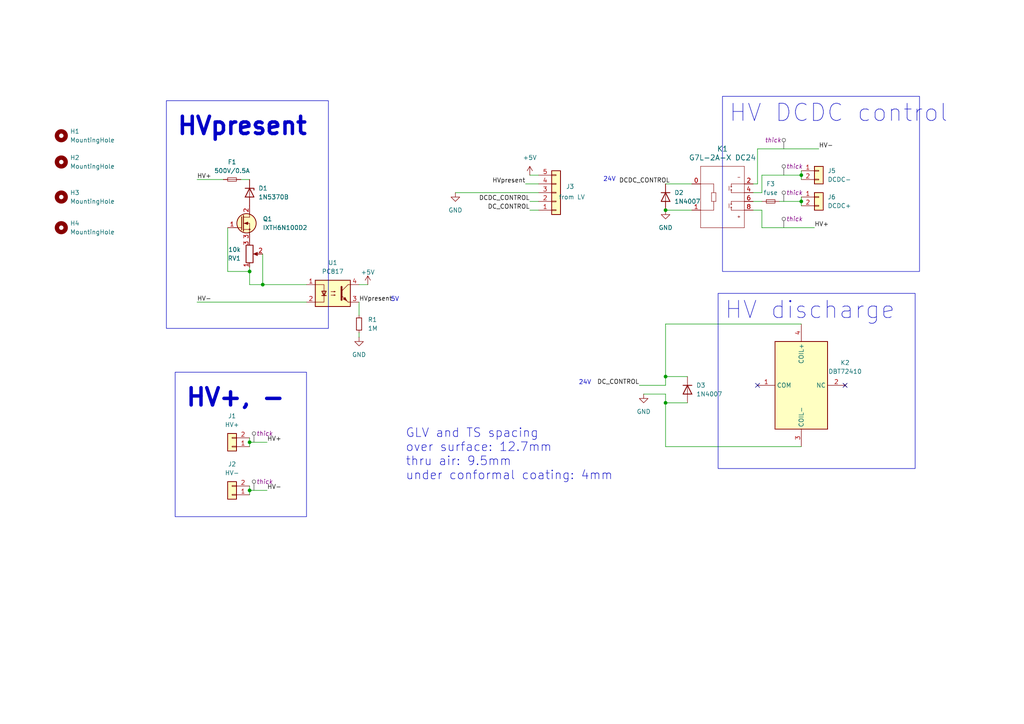
<source format=kicad_sch>
(kicad_sch (version 20231120) (generator "eeschema") (generator_version "8.0")
  (paper "A4")
  (title_block (title "HVB_HVLV_1") (date "2024-10-25") (rev "1.0") (company "NTURacing") (comment 1 "郭哲明 Jack Kuo") (comment 2 "Powertrain") (comment 3 "connecting TS and GLV in HV box"))
  (lib_symbols
    (symbol "Connector_Generic:Conn_01x02" (pin_names (offset 1.016) hide)
      (property "Reference" "J" (at 0 2.54 0))
      (property "Value" "Conn_01x02" (at 0 -5.08 0))
      (symbol "Conn_01x02_1_1"
        (rectangle (start -1.27 -2.413) (end 0 -2.667) (stroke (width 0.1524)))
        (rectangle (start -1.27 0.127) (end 0 -0.127) (stroke (width 0.1524)))
        (rectangle (start -1.27 1.27) (end 1.27 -3.81) (stroke (width 0.254)) (fill (type background)))
        (pin passive line (at -5.08 0 0) (length 3.81) (name "Pin_1") (number "1"))
        (pin passive line (at -5.08 -2.54 0) (length 3.81) (name "Pin_2") (number "2"))
      )
    )
    (symbol "Connector_Generic:Conn_01x05" (pin_names (offset 1.016) hide)
      (property "Reference" "J" (at 0 7.62 0))
      (property "Value" "Conn_01x05" (at 0 -7.62 0))
      (symbol "Conn_01x05_1_1"
        (rectangle (start -1.27 -4.953) (end 0 -5.207) (stroke (width 0.1524)))
        (rectangle (start -1.27 -2.413) (end 0 -2.667) (stroke (width 0.1524)))
        (rectangle (start -1.27 0.127) (end 0 -0.127) (stroke (width 0.1524)))
        (rectangle (start -1.27 2.667) (end 0 2.413) (stroke (width 0.1524)))
        (rectangle (start -1.27 5.207) (end 0 4.953) (stroke (width 0.1524)))
        (rectangle (start -1.27 6.35) (end 1.27 -6.35) (stroke (width 0.254)) (fill (type background)))
        (pin passive line (at -5.08 5.08 0) (length 3.81) (name "Pin_1") (number "1"))
        (pin passive line (at -5.08 2.54 0) (length 3.81) (name "Pin_2") (number "2"))
        (pin passive line (at -5.08 0 0) (length 3.81) (name "Pin_3") (number "3"))
        (pin passive line (at -5.08 -2.54 0) (length 3.81) (name "Pin_4") (number "4"))
        (pin passive line (at -5.08 -5.08 0) (length 3.81) (name "Pin_5") (number "5"))
      )
    )
    (symbol "Device:Fuse_Small" (pin_numbers hide) (pin_names (offset 0.254) hide)
      (property "Reference" "F" (at 0 -1.524 0))
      (property "Value" "Fuse_Small" (at 0 1.524 0))
      (symbol "Fuse_Small_0_1"
        (rectangle (start -1.27 0.508) (end 1.27 -0.508))
        (polyline (pts (xy -1.27 0) (xy 1.27 0)))
      )
      (symbol "Fuse_Small_1_1"
        (pin passive line (at -2.54 0 0) (length 1.27) (name "~") (number "1"))
        (pin passive line (at 2.54 0 180) (length 1.27) (name "~") (number "2"))
      )
    )
    (symbol "Device:R_Potentiometer" (pin_names (offset 1.016) hide)
      (property "Reference" "RV" (at -4.445 0 90))
      (property "Value" "R_Potentiometer" (at -2.54 0 90))
      (symbol "R_Potentiometer_0_1"
        (polyline (pts (xy 2.54 0) (xy 1.524 0)))
        (polyline (pts (xy 1.143 0) (xy 2.286 0.508) (xy 2.286 -0.508) (xy 1.143 0)) (fill (type outline)))
        (rectangle (start 1.016 2.54) (end -1.016 -2.54) (stroke (width 0.254)))
      )
      (symbol "R_Potentiometer_1_1"
        (pin passive line (at 0 3.81 270) (length 1.27) (name "1") (number "1"))
        (pin passive line (at 3.81 0 180) (length 1.27) (name "2") (number "2"))
        (pin passive line (at 0 -3.81 90) (length 1.27) (name "3") (number "3"))
      )
    )
    (symbol "Device:R_Small" (pin_numbers hide) (pin_names (offset 0.254) hide)
      (property "Reference" "R" (at 0.762 0.508 0))
      (property "Value" "R_Small" (at 0.762 -1.016 0))
      (symbol "R_Small_0_1"
        (rectangle (start -0.762 1.778) (end 0.762 -1.778) (stroke (width 0.2032)))
      )
      (symbol "R_Small_1_1"
        (pin passive line (at 0 2.54 270) (length 0.762) (name "~") (number "1"))
        (pin passive line (at 0 -2.54 90) (length 0.762) (name "~") (number "2"))
      )
    )
    (symbol "Diode:1N4007" (pin_numbers hide) (pin_names hide)
      (property "Reference" "D" (at 0 2.54 0))
      (property "Value" "1N4007" (at 0 -2.54 0))
      (symbol "1N4007_0_1"
        (polyline (pts (xy -1.27 1.27) (xy -1.27 -1.27)) (stroke (width 0.254)))
        (polyline (pts (xy 1.27 0) (xy -1.27 0)))
        (polyline (pts (xy 1.27 1.27) (xy 1.27 -1.27) (xy -1.27 0) (xy 1.27 1.27)) (stroke (width 0.254)))
      )
      (symbol "1N4007_1_1"
        (pin passive line (at -3.81 0 0) (length 2.54) (name "K") (number "1"))
        (pin passive line (at 3.81 0 180) (length 2.54) (name "A") (number "2"))
      )
    )
    (symbol "Diode:1N53xxB" (pin_numbers hide) (pin_names hide)
      (property "Reference" "D" (at 0 2.54 0))
      (property "Value" "1N53xxB" (at 0 -2.54 0))
      (symbol "1N53xxB_0_1"
        (polyline (pts (xy 1.27 0) (xy -1.27 0)))
        (polyline (pts (xy -1.27 -1.27) (xy -1.27 1.27) (xy -0.762 1.27)) (stroke (width 0.254)))
        (polyline (pts (xy 1.27 -1.27) (xy 1.27 1.27) (xy -1.27 0) (xy 1.27 -1.27)) (stroke (width 0.254)))
      )
      (symbol "1N53xxB_1_1"
        (pin passive line (at -3.81 0 0) (length 2.54) (name "K") (number "1"))
        (pin passive line (at 3.81 0 180) (length 2.54) (name "A") (number "2"))
      )
    )
    (symbol "Isolator:PC817" (pin_names (offset 1.016))
      (property "Reference" "U" (at -5.08 5.08 0))
      (property "Value" "PC817" (at 0 5.08 0))
      (symbol "PC817_0_1"
        (rectangle (start -5.08 3.81) (end 5.08 -3.81) (stroke (width 0.254)) (fill (type background)))
        (polyline (pts (xy -3.175 -0.635) (xy -1.905 -0.635)) (stroke (width 0.254)))
        (polyline (pts (xy 2.54 0.635) (xy 4.445 2.54)))
        (polyline (pts (xy 4.445 -2.54) (xy 2.54 -0.635)) (fill (type outline)))
        (polyline (pts (xy 4.445 -2.54) (xy 5.08 -2.54)))
        (polyline (pts (xy 4.445 2.54) (xy 5.08 2.54)))
        (polyline (pts (xy -5.08 2.54) (xy -2.54 2.54) (xy -2.54 -0.635)))
        (polyline (pts (xy -2.54 -0.635) (xy -2.54 -2.54) (xy -5.08 -2.54)))
        (polyline (pts (xy 2.54 1.905) (xy 2.54 -1.905) (xy 2.54 -1.905)) (stroke (width 0.508)))
        (polyline (pts (xy -2.54 -0.635) (xy -3.175 0.635) (xy -1.905 0.635) (xy -2.54 -0.635)) (stroke (width 0.254)))
        (polyline (pts (xy -0.508 -0.508) (xy 0.762 -0.508) (xy 0.381 -0.635) (xy 0.381 -0.381) (xy 0.762 -0.508)))
        (polyline (pts (xy -0.508 0.508) (xy 0.762 0.508) (xy 0.381 0.381) (xy 0.381 0.635) (xy 0.762 0.508)))
        (polyline (pts (xy 3.048 -1.651) (xy 3.556 -1.143) (xy 4.064 -2.159) (xy 3.048 -1.651) (xy 3.048 -1.651)) (fill (type outline)))
      )
      (symbol "PC817_1_1"
        (pin passive line (at -7.62 2.54 0) (length 2.54) (name "~") (number "1"))
        (pin passive line (at -7.62 -2.54 0) (length 2.54) (name "~") (number "2"))
        (pin passive line (at 7.62 -2.54 180) (length 2.54) (name "~") (number "3"))
        (pin passive line (at 7.62 2.54 180) (length 2.54) (name "~") (number "4"))
      )
    )
    (symbol "Mechanical:MountingHole" (pin_names (offset 1.016)) (exclude_from_sim yes) (in_bom no)
      (property "Reference" "H" (at 0 5.08 0))
      (property "Value" "MountingHole" (at 0 3.175 0))
      (symbol "MountingHole_0_1"
        (circle (center 0 0) (radius 1.27) (stroke (width 1.27)))
      )
    )
    (symbol "PCM_Transistor_MOSFET_AKL:IXTH6N100D2" (pin_names hide)
      (property "Reference" "Q" (at 5.08 1.27 0))
      (property "Value" "IXTH6N100D2" (at 5.08 -1.27 0))
      (symbol "IXTH6N100D2_0_1"
        (polyline (pts (xy 0.254 -1.27) (xy -2.54 -1.27)))
        (polyline (pts (xy 0.254 1.905) (xy 0.254 -1.905)) (stroke (width 0.254)))
        (polyline (pts (xy 0.762 -2.286) (xy 0.762 2.286)) (stroke (width 0.254)))
        (polyline (pts (xy 0.762 -1.778) (xy 2.54 -1.778)))
        (polyline (pts (xy 2.54 1.778) (xy 0.762 1.778)))
        (polyline (pts (xy 2.54 2.54) (xy 2.54 1.778)))
        (polyline (pts (xy 2.54 -2.54) (xy 2.54 0) (xy 0.762 0)))
        (polyline (pts (xy 1.016 0) (xy 2.032 0.381) (xy 2.032 -0.381) (xy 1.016 0)) (fill (type outline)))
        (circle (center 1.651 0) (radius 2.794) (stroke (width 0.254)) (fill (type background)))
        (circle (center 2.54 -1.778) (radius 0.1778) (fill (type outline)))
      )
      (symbol "IXTH6N100D2_1_1"
        (pin input line (at -3.81 -1.27 0) (length 2.54) (name "G") (number "1"))
        (pin passive line (at 2.54 5.08 270) (length 2.54) (name "D") (number "2"))
        (pin passive line (at 2.54 -5.08 90) (length 2.54) (name "S") (number "3"))
      )
    )
    (symbol "SamacSys_Parts_EP6:DBT72410"
      (property "Reference" "K" (at 21.59 17.78 0))
      (property "Value" "DBT72410" (at 21.59 15.24 0))
      (symbol "DBT72410_1_1"
        (rectangle (start 5.08 12.7) (end 20.32 -12.7) (stroke (width 0.254)) (fill (type background)))
        (pin passive line (at 0 0 0) (length 5.08) (name "COM") (number "1"))
        (pin no_connect line (at 25.4 0 180) (length 5.08) (name "NC") (number "2"))
        (pin passive line (at 12.7 -17.78 90) (length 5.08) (name "COIL-") (number "3"))
        (pin passive line (at 12.7 17.78 270) (length 5.08) (name "COIL+") (number "4"))
      )
    )
    (symbol "nturt_kicad_lib_EP6:G7L-2A-X_DC24" (pin_names (offset 0.254))
      (property "Reference" "K1" (at 0 13.97 0))
      (property "Value" "G7L-2A-X DC24" (at 0 11.43 0))
      (symbol "G7L-2A-X_DC24_0_1"
        (polyline (pts (xy -6.35 -8.89) (xy 6.35 -8.89)) (stroke (width 0.127)))
        (polyline (pts (xy -6.35 -3.81) (xy -2.54 -3.81)) (stroke (width 0.127)))
        (polyline (pts (xy -6.35 3.81) (xy -2.54 3.81)) (stroke (width 0.127)))
        (polyline (pts (xy -6.35 8.89) (xy -6.35 -8.89)) (stroke (width 0.127)))
        (polyline (pts (xy -3.175 -1.27) (xy -3.175 1.27)) (stroke (width 0.127)))
        (polyline (pts (xy -3.175 1.27) (xy -1.905 1.27)) (stroke (width 0.127)))
        (polyline (pts (xy -2.54 -3.81) (xy -2.54 -1.27)) (stroke (width 0.127)))
        (polyline (pts (xy -2.54 1.27) (xy -2.54 3.81)) (stroke (width 0.127)))
        (polyline (pts (xy -1.905 -1.27) (xy -3.175 -1.27)) (stroke (width 0.127)))
        (polyline (pts (xy -1.905 -1.27) (xy -1.905 1.27)) (stroke (width 0.127)))
        (polyline (pts (xy 1.905 -1.905) (xy 1.905 -3.175)) (stroke (width 0.127)))
        (polyline (pts (xy 1.905 3.175) (xy 1.905 1.905)) (stroke (width 0.127)))
        (polyline (pts (xy 2.54 -3.81) (xy 2.54 -3.175)) (stroke (width 0.127)))
        (polyline (pts (xy 2.54 -1.905) (xy 2.54 -1.27)) (stroke (width 0.127)))
        (polyline (pts (xy 2.54 1.27) (xy 2.54 1.905)) (stroke (width 0.127)))
        (polyline (pts (xy 2.54 1.27) (xy 6.35 1.27)) (stroke (width 0.127)))
        (polyline (pts (xy 2.54 3.175) (xy 2.54 3.81)) (stroke (width 0.127)))
        (polyline (pts (xy 4.445 -5.715) (xy 5.08 -5.715)) (stroke (width 0.127)))
        (polyline (pts (xy 4.445 5.715) (xy 5.08 5.715)) (stroke (width 0.127)))
        (polyline (pts (xy 4.7625 -5.3975) (xy 4.7625 -6.0325)) (stroke (width 0.127)))
        (polyline (pts (xy 6.35 -8.89) (xy 6.35 8.89)) (stroke (width 0.127)))
        (polyline (pts (xy 6.35 -3.81) (xy 2.54 -3.81)) (stroke (width 0.127)))
        (polyline (pts (xy 6.35 -1.27) (xy 2.54 -1.27)) (stroke (width 0.127)))
        (polyline (pts (xy 6.35 3.81) (xy 2.54 3.81)) (stroke (width 0.127)))
        (polyline (pts (xy 6.35 8.89) (xy -6.35 8.89)) (stroke (width 0.127)))
        (circle (center 2.54 -3.0163) (radius 0.1524) (stroke (width 0.127)))
        (circle (center 2.54 -2.0638) (radius 0.1524) (stroke (width 0.127)))
        (circle (center 2.54 2.0637) (radius 0.1524) (stroke (width 0.127)))
        (circle (center 2.54 3.0162) (radius 0.1524) (stroke (width 0.127)))
      )
      (symbol "G7L-2A-X_DC24_1_1"
        (pin input line (at -8.89 3.81 0) (length 2.54) (name "") (number "0"))
        (pin input line (at -8.89 -3.81 0) (length 2.54) (name "") (number "1"))
        (pin input line (at 8.89 3.81 180) (length 2.54) (name "") (number "2"))
        (pin input line (at 8.89 1.27 180) (length 2.54) (name "") (number "4"))
        (pin input line (at 8.89 -1.27 180) (length 2.54) (name "") (number "6"))
        (pin input line (at 8.89 -3.81 180) (length 2.54) (name "") (number "8"))
      )
    )
    (symbol "power:+5V" (power) (pin_numbers hide) (pin_names (offset 0) hide)
      (property "Value" "+5V" (at 0 3.556 0))
      (symbol "+5V_0_1"
        (polyline (pts (xy -0.762 1.27) (xy 0 2.54)))
        (polyline (pts (xy 0 0) (xy 0 2.54)))
        (polyline (pts (xy 0 2.54) (xy 0.762 1.27)))
      )
      (symbol "+5V_1_1"
        (pin power_in line (at 0 0 90) (length 0) (name "~") (number "1"))
      )
    )
    (symbol "power:GND" (power) (pin_numbers hide) (pin_names (offset 0) hide)
      (property "Value" "GND" (at 0 -3.81 0))
      (symbol "GND_0_1"
        (polyline (pts (xy 0 0) (xy 0 -1.27) (xy 1.27 -1.27) (xy 0 -2.54) (xy -1.27 -1.27) (xy 0 -1.27)))
      )
      (symbol "GND_1_1"
        (pin power_in line (at 0 0 270) (length 0) (name "~") (number "1"))
      )
    )
  )
  (junction (at 193.04 116.84))
  (junction (at 193.04 60.96))
  (junction (at 193.04 109.22))
  (junction (at 72.39 128.27))
  (junction (at 232.41 50.8))
  (junction (at 232.41 58.42))
  (junction (at 72.39 142.24))
  (junction (at 72.39 78.74))
  (junction (at 76.2 82.55))
  (no_connect (at 245.11 111.76))
  (no_connect (at 219.71 111.76))
  (wire (pts (xy 193.04 60.96) (xy 200.66 60.96)))
  (wire (pts (xy 219.71 43.18) (xy 219.71 53.34)))
  (wire (pts (xy 232.41 58.42) (xy 232.41 59.69)))
  (wire (pts (xy 76.2 73.66) (xy 76.2 82.55)))
  (wire (pts (xy 76.2 82.55) (xy 88.9 82.55)))
  (wire (pts (xy 219.71 53.34) (xy 218.44 53.34)))
  (wire (pts (xy 219.71 43.18) (xy 237.49 43.18)))
  (wire (pts (xy 106.68 82.55) (xy 104.14 82.55)))
  (wire (pts (xy 220.98 60.96) (xy 218.44 60.96)))
  (wire (pts (xy 193.04 111.76) (xy 185.42 111.76)))
  (wire (pts (xy 153.67 50.8) (xy 156.21 50.8)))
  (wire (pts (xy 104.14 97.79) (xy 104.14 96.52)))
  (wire (pts (xy 69.85 52.07) (xy 72.39 52.07)))
  (wire (pts (xy 72.39 128.27) (xy 72.39 129.54)))
  (wire (pts (xy 153.67 58.42) (xy 156.21 58.42)))
  (wire (pts (xy 72.39 82.55) (xy 72.39 78.74)))
  (wire (pts (xy 153.67 60.96) (xy 156.21 60.96)))
  (wire (pts (xy 72.39 142.24) (xy 72.39 143.51)))
  (wire (pts (xy 193.04 114.3) (xy 193.04 116.84)))
  (wire (pts (xy 72.39 77.47) (xy 72.39 78.74)))
  (wire (pts (xy 193.04 93.98) (xy 193.04 109.22)))
  (wire (pts (xy 66.04 78.74) (xy 72.39 78.74)))
  (wire (pts (xy 193.04 116.84) (xy 199.39 116.84)))
  (wire (pts (xy 57.15 52.07) (xy 64.77 52.07)))
  (wire (pts (xy 72.39 127) (xy 72.39 128.27)))
  (wire (pts (xy 193.04 53.34) (xy 200.66 53.34)))
  (wire (pts (xy 220.98 58.42) (xy 218.44 58.42)))
  (wire (pts (xy 232.41 49.53) (xy 232.41 50.8)))
  (wire (pts (xy 77.47 128.27) (xy 72.39 128.27)))
  (wire (pts (xy 66.04 66.04) (xy 66.04 78.74)))
  (wire (pts (xy 77.47 142.24) (xy 72.39 142.24)))
  (wire (pts (xy 232.41 57.15) (xy 232.41 58.42)))
  (wire (pts (xy 193.04 109.22) (xy 193.04 111.76)))
  (wire (pts (xy 72.39 140.97) (xy 72.39 142.24)))
  (wire (pts (xy 232.41 50.8) (xy 232.41 52.07)))
  (wire (pts (xy 72.39 82.55) (xy 76.2 82.55)))
  (wire (pts (xy 193.04 109.22) (xy 199.39 109.22)))
  (wire (pts (xy 186.69 114.3) (xy 193.04 114.3)))
  (wire (pts (xy 220.98 55.88) (xy 218.44 55.88)))
  (wire (pts (xy 232.41 93.98) (xy 193.04 93.98)))
  (wire (pts (xy 152.4 53.34) (xy 156.21 53.34)))
  (wire (pts (xy 220.98 66.04) (xy 236.22 66.04)))
  (wire (pts (xy 57.15 87.63) (xy 88.9 87.63)))
  (wire (pts (xy 226.06 58.42) (xy 232.41 58.42)))
  (wire (pts (xy 220.98 66.04) (xy 220.98 60.96)))
  (wire (pts (xy 104.14 91.44) (xy 104.14 87.63)))
  (wire (pts (xy 132.08 55.88) (xy 156.21 55.88)))
  (wire (pts (xy 220.98 50.8) (xy 232.41 50.8)))
  (wire (pts (xy 193.04 129.54) (xy 232.41 129.54)))
  (wire (pts (xy 220.98 50.8) (xy 220.98 55.88)))
  (wire (pts (xy 193.04 116.84) (xy 193.04 129.54)))
  (rectangle (start 208.28 85.09) (end 265.43 135.89))
  (rectangle (start 209.55 27.94) (end 266.7 78.74))
  (rectangle (start 48.26 29.21) (end 95.25 95.25))
  (rectangle (start 50.8 107.95) (end 88.9 149.86))
  (text "HVpresent" (at 51.054 39.624 0) (effects (font (size 5 5) (thickness 1) (bold yes)) (justify left bottom)))
  (text "HV DCDC control" (at 211.328 35.814 0) (effects (font (size 5 5)) (justify left bottom)))
  (text "24V" (at 176.784 52.07 0) (effects (font (size 1.27 1.27))))
  (text "24V" (at 169.672 110.998 0) (effects (font (size 1.27 1.27))))
  (text "5V" (at 114.554 86.868 0) (effects (font (size 1.27 1.27))))
  (text "HV discharge" (at 210.058 92.964 0) (effects (font (size 5 5)) (justify left bottom)))
  (text "HV+, -" (at 53.594 118.364 0) (effects (font (size 5 5) (thickness 1) (bold yes)) (justify left bottom)))
  (text "GLV and TS spacing\nover surface: 12.7mm\nthru air: 9.5mm\nunder conformal coating: 4mm" (at 117.602 124.206 0) (effects (font (size 2.54 2.54)) (justify left top)))
  (label "DCDC_CONTROL" (at 194.31 53.34 180))
  (label "HV+" (at 77.47 128.27 0))
  (label "DC_CONTROL" (at 185.42 111.76 180))
  (label "HV+" (at 57.15 52.07 0))
  (label "HV-" (at 237.49 43.18 0))
  (label "HV-" (at 77.47 142.24 0))
  (label "HVpresent" (at 104.14 87.63 0))
  (label "HV-" (at 57.15 87.63 0))
  (label "HVpresent" (at 152.4 53.34 180))
  (label "DC_CONTROL" (at 153.67 60.96 180))
  (label "DCDC_CONTROL" (at 153.67 58.42 180))
  (label "HV+" (at 236.22 66.04 0))
  (netclass_flag "" (length 2.54) (shape round) (at 227.33 66.04 0) (property "Netclass" "thick" (at 228.0285 63.5 0) (effects (font (italic yes)) (justify left))))
  (netclass_flag "" (length 2.54) (shape round) (at 73.66 142.24 0) (property "Netclass" "thick" (at 74.3585 139.7 0) (effects (font (italic yes)) (justify left))))
  (netclass_flag "" (length 2.54) (shape round) (at 73.66 128.27 0) (property "Netclass" "thick" (at 74.3585 125.73 0) (effects (font (italic yes)) (justify left))))
  (netclass_flag "" (length 2.54) (shape round) (at 227.33 43.18 0) (property "Netclass" "thick" (at 226.6315 40.64 0) (effects (font (italic yes)) (justify right))))
  (netclass_flag "" (length 2.54) (shape round) (at 227.33 50.8 0) (property "Netclass" "thick" (at 228.0285 48.26 0) (effects (font (italic yes)) (justify left))))
  (netclass_flag "" (length 2.54) (shape round) (at 227.33 58.42 0) (property "Netclass" "thick" (at 228.0285 55.88 0) (effects (font (italic yes)) (justify left))))
  (symbol (lib_id "Mechanical:MountingHole") (at 17.78 57.15 0) (unit 1)
    (property "Reference" "H3" (at 20.32 55.88 0) (effects (justify left)))
    (property "Value" "MountingHole" (at 20.32 58.42 0) (effects (justify left)))
    (property "Footprint" "MountingHole:MountingHole_3.2mm_M3" (effects (hide yes)))
    (property "Description" "Mounting Hole without connection" (effects (hide yes)))
  )
  (symbol (lib_id "Diode:1N4007") (at 193.04 57.15 270) (unit 1)
    (property "Reference" "D2" (at 195.58 55.88 90) (effects (justify left)))
    (property "Value" "1N4007" (at 195.58 58.42 90) (effects (justify left)))
    (property "Footprint" "Diode_THT:D_DO-41_SOD81_P10.16mm_Horizontal" (effects (hide yes)))
    (property "Datasheet" "http://www.vishay.com/docs/88503/1n4001.pdf" (effects (hide yes)))
    (property "Description" "1000V 1A General Purpose Rectifier Diode, DO-41" (effects (hide yes)))
    (property "Sim.Device" "D" (effects (hide yes)))
    (property "Sim.Pins" "1=K 2=A" (effects (hide yes)))
  )
  (symbol (lib_id "Connector_Generic:Conn_01x02") (at 237.49 49.53 0) (unit 1)
    (property "Reference" "J5" (at 240.03 49.53 0) (effects (justify left)))
    (property "Value" "DCDC-" (at 240.03 52.07 0) (effects (justify left)))
    (property "Footprint" "nturt_kicad_lib_EP6:HRS_DF33C-2P-3.3DSA" (effects (hide yes)))
    (property "Description" "Generic connector, single row, 01x02, script generated (kicad-library-utils/schlib/autogen/connector/)" (effects (hide yes)))
  )
  (symbol (lib_id "power:GND") (at 132.08 55.88 0) (mirror y) (unit 1)
    (property "Reference" "#PWR04" (effects (hide yes)))
    (property "Value" "GND" (at 132.08 60.96 0))
    (property "Description" "Power symbol creates a global label with name \"GND\" , ground" (effects (hide yes)))
  )
  (symbol (lib_id "Connector_Generic:Conn_01x02") (at 67.31 143.51 180) (unit 1)
    (property "Reference" "J2" (at 67.31 134.62 0))
    (property "Value" "HV-" (at 67.31 137.16 0))
    (property "Footprint" "nturt_kicad_lib_EP6:HRS_DF33C-2P-3.3DSA" (effects (hide yes)))
    (property "Description" "Generic connector, single row, 01x02, script generated (kicad-library-utils/schlib/autogen/connector/)" (effects (hide yes)))
  )
  (symbol (lib_id "Device:Fuse_Small") (at 67.31 52.07 180) (unit 1)
    (property "Reference" "F1" (at 67.31 46.99 0))
    (property "Value" "500V/0.5A" (at 67.31 49.53 0))
    (property "Footprint" "SamacSys_Parts_EP6:65600001009" (effects (hide yes)))
    (property "Description" "Fuse, small symbol" (effects (hide yes)))
    (property "Sim.Pins" "1=1 2=2" (effects (hide yes)))
    (property "Sim.Device" "SPICE" (effects (hide yes)))
    (property "Sim.Params" "X" (effects (hide yes)))
    (property "Indicator" "●" (effects (hide yes)))
    (property "Rating" "W" (effects (hide yes)))
  )
  (symbol (lib_id "Isolator:PC817") (at 96.52 85.09 0) (unit 1)
    (property "Reference" "U1" (at 96.52 76.2 0))
    (property "Value" "PC817" (at 96.52 78.74 0))
    (property "Footprint" "Package_DIP:DIP-4_W7.62mm" (effects (hide yes)))
    (property "Datasheet" "http://www.soselectronic.cz/a_info/resource/d/pc817.pdf" (effects (hide yes)))
    (property "Description" "DC Optocoupler, Vce 35V, CTR 50-300%, DIP-4" (effects (hide yes)))
  )
  (symbol (lib_id "power:GND") (at 186.69 114.3 0) (mirror y) (unit 1)
    (property "Reference" "#PWR05" (effects (hide yes)))
    (property "Value" "GND" (at 186.69 119.38 0))
    (property "Description" "Power symbol creates a global label with name \"GND\" , ground" (effects (hide yes)))
  )
  (symbol (lib_id "Device:R_Potentiometer") (at 72.39 73.66 0) (mirror x) (unit 1)
    (property "Reference" "RV1" (at 69.85 74.93 0) (effects (justify right)))
    (property "Value" "10k" (at 69.85 72.39 0) (effects (justify right)))
    (property "Footprint" "PCM_Potentiometer_THT_AKL:Potentiometer_Bourns_3266W_Vertical" (effects (hide yes)))
    (property "Description" "Potentiometer" (effects (hide yes)))
  )
  (symbol (lib_id "Mechanical:MountingHole") (at 17.78 46.99 0) (unit 1)
    (property "Reference" "H2" (at 20.32 45.72 0) (effects (justify left)))
    (property "Value" "MountingHole" (at 20.32 48.26 0) (effects (justify left)))
    (property "Footprint" "MountingHole:MountingHole_3.2mm_M3" (effects (hide yes)))
    (property "Description" "Mounting Hole without connection" (effects (hide yes)))
  )
  (symbol (lib_id "Device:Fuse_Small") (at 223.52 58.42 180) (unit 1)
    (property "Reference" "F3" (at 223.52 53.34 0))
    (property "Value" "fuse" (at 223.52 55.88 0))
    (property "Footprint" "SamacSys_Parts_EP6:65600001009" (effects (hide yes)))
    (property "Description" "Fuse, small symbol" (effects (hide yes)))
    (property "Sim.Pins" "1=1 2=2" (effects (hide yes)))
    (property "Sim.Device" "SPICE" (effects (hide yes)))
    (property "Sim.Params" "X" (effects (hide yes)))
    (property "Indicator" "●" (effects (hide yes)))
    (property "Rating" "W" (effects (hide yes)))
  )
  (symbol (lib_id "Device:R_Small") (at 104.14 93.98 0) (unit 1)
    (property "Reference" "R1" (at 106.68 92.71 0) (effects (justify left)))
    (property "Value" "1M" (at 106.68 95.25 0) (effects (justify left)))
    (property "Footprint" "Resistor_SMD:R_0603_1608Metric" (effects (hide yes)))
    (property "Description" "Resistor, small symbol" (effects (hide yes)))
  )
  (symbol (lib_id "Diode:1N53xxB") (at 72.39 55.88 270) (unit 1)
    (property "Reference" "D1" (at 74.93 54.61 90) (effects (justify left)))
    (property "Value" "1N5370B" (at 74.93 57.15 90) (effects (justify left)))
    (property "Footprint" "Diode_THT:D_DO-201_P15.24mm_Horizontal" (effects (hide yes)))
    (property "Datasheet" "https://diotec.com/tl_files/diotec/files/pdf/datasheets/1n5345b.pdf" (effects (hide yes)))
    (property "Description" "5000mW Zener Diode, DO-201" (effects (hide yes)))
  )
  (symbol (lib_id "power:GND") (at 193.04 60.96 0) (mirror y) (unit 1)
    (property "Reference" "#PWR03" (effects (hide yes)))
    (property "Value" "GND" (at 193.04 66.04 0))
    (property "Description" "Power symbol creates a global label with name \"GND\" , ground" (effects (hide yes)))
  )
  (symbol (lib_id "Connector_Generic:Conn_01x02") (at 237.49 57.15 0) (unit 1)
    (property "Reference" "J6" (at 240.03 57.15 0) (effects (justify left)))
    (property "Value" "DCDC+" (at 240.03 59.69 0) (effects (justify left)))
    (property "Footprint" "nturt_kicad_lib_EP6:HRS_DF33C-2P-3.3DSA" (effects (hide yes)))
    (property "Description" "Generic connector, single row, 01x02, script generated (kicad-library-utils/schlib/autogen/connector/)" (effects (hide yes)))
  )
  (symbol (lib_id "power:+5V") (at 153.67 50.8 0) (mirror y) (unit 1)
    (property "Reference" "#PWR02" (effects (hide yes)))
    (property "Value" "+5V" (at 153.67 45.72 0))
    (property "Description" "Power symbol creates a global label with name \"+5V\"" (effects (hide yes)))
  )
  (symbol (lib_id "SamacSys_Parts_EP6:DBT72410") (at 219.71 111.76 0) (unit 1)
    (property "Reference" "K2" (at 245.11 105.2027 0))
    (property "Value" "DBT72410" (at 245.11 107.7427 0))
    (property "Footprint" "DBT72410" (effects (hide yes)))
    (property "Datasheet" "https://www.cynergy3.com/sites/default/files/cynergy3-d-pcb-v3.pdf" (effects (hide yes)))
    (property "Description" "SPST-NC Reed Relay, 2 A, 24V dc" (effects (hide yes)))
    (property "Height" "18.5" (effects (hide yes)))
    (property "Mouser Part Number" "285-DBT72410" (effects (hide yes)))
    (property "Mouser Price/Stock" "https://www.mouser.co.uk/ProductDetail/Cynergy3/DBT72410?qs=OlC7AqGiEDn5jzMO4uOC2Q%3D%3D" (effects (hide yes)))
    (property "Manufacturer_Name" "Sensata" (effects (hide yes)))
    (property "Manufacturer_Part_Number" "DBT72410" (effects (hide yes)))
  )
  (symbol (lib_id "PCM_Transistor_MOSFET_AKL:IXTH6N100D2") (at 69.85 64.77 0) (unit 1)
    (property "Reference" "Q1" (at 76.2 63.5 0) (effects (justify left)))
    (property "Value" "IXTH6N100D2" (at 76.2 66.04 0) (effects (justify left)))
    (property "Footprint" "PCM_Package_TO_SOT_THT_AKL:TO-247-3_Vertical_GDS" (effects (hide yes)))
    (property "Datasheet" "https://www.tme.eu/Document/f8261b21cd0d48dda080c02a8593371c/IXTA%28H,P%296N100D2.pdf" (effects (hide yes)))
    (property "Description" "TO-247 N-MOSFET depletion mode transistor, 1000V, 6A, 300W, Alternate KiCAD Library" (effects (hide yes)))
  )
  (symbol (lib_id "Mechanical:MountingHole") (at 17.78 39.37 0) (unit 1)
    (property "Reference" "H1" (at 20.32 38.1 0) (effects (justify left)))
    (property "Value" "MountingHole" (at 20.32 40.64 0) (effects (justify left)))
    (property "Footprint" "MountingHole:MountingHole_3.2mm_M3" (effects (hide yes)))
    (property "Description" "Mounting Hole without connection" (effects (hide yes)))
  )
  (symbol (lib_id "Connector_Generic:Conn_01x05") (at 161.29 55.88 0) (mirror x) (unit 1)
    (property "Reference" "J3" (at 165.354 54.102 0))
    (property "Value" "from LV" (at 165.862 57.15 0))
    (property "Footprint" "Connector_JST:JST_XH_B5B-XH-A_1x05_P2.50mm_Vertical" (effects (hide yes)))
    (property "Description" "Generic connector, single row, 01x05, script generated (kicad-library-utils/schlib/autogen/connector/)" (effects (hide yes)))
  )
  (symbol (lib_id "power:+5V") (at 106.68 82.55 0) (unit 1)
    (property "Reference" "#PWR01" (effects (hide yes)))
    (property "Value" "+5V" (at 106.68 78.9742 0))
    (property "Description" "Power symbol creates a global label with name \"+5V\"" (effects (hide yes)))
  )
  (symbol (lib_id "nturt_kicad_lib_EP6:G7L-2A-X_DC24") (at 209.55 57.15 0) (unit 1)
    (property "Reference" "K1" (at 209.55 43.18 0) (effects (font (size 1.524 1.524))))
    (property "Value" "G7L-2A-X DC24" (at 209.55 45.72 0) (effects (font (size 1.524 1.524))))
    (property "Footprint" "nturt_kicad_lib_EP6:RELAY_G7L-2A-X_OMR" (effects (hide yes)))
    (property "Datasheet" "G7L-2A-X DC24" (effects (hide yes)))
  )
  (symbol (lib_id "power:GND") (at 104.14 97.79 0) (mirror y) (unit 1)
    (property "Reference" "#PWR06" (effects (hide yes)))
    (property "Value" "GND" (at 104.14 102.87 0))
    (property "Description" "Power symbol creates a global label with name \"GND\" , ground" (effects (hide yes)))
  )
  (symbol (lib_id "Connector_Generic:Conn_01x02") (at 67.31 129.54 180) (unit 1)
    (property "Reference" "J1" (at 67.31 120.65 0))
    (property "Value" "HV+" (at 67.31 123.19 0))
    (property "Footprint" "nturt_kicad_lib_EP6:HRS_DF33C-2P-3.3DSA" (effects (hide yes)))
    (property "Description" "Generic connector, single row, 01x02, script generated (kicad-library-utils/schlib/autogen/connector/)" (effects (hide yes)))
  )
  (symbol (lib_id "Mechanical:MountingHole") (at 17.78 66.04 0) (unit 1)
    (property "Reference" "H4" (at 20.32 64.77 0) (effects (justify left)))
    (property "Value" "MountingHole" (at 20.32 67.31 0) (effects (justify left)))
    (property "Footprint" "MountingHole:MountingHole_3.2mm_M3" (effects (hide yes)))
    (property "Description" "Mounting Hole without connection" (effects (hide yes)))
  )
  (symbol (lib_id "Diode:1N4007") (at 199.39 113.03 270) (unit 1)
    (property "Reference" "D3" (at 201.93 111.76 90) (effects (justify left)))
    (property "Value" "1N4007" (at 201.93 114.3 90) (effects (justify left)))
    (property "Footprint" "Diode_THT:D_DO-41_SOD81_P10.16mm_Horizontal" (effects (hide yes)))
    (property "Datasheet" "http://www.vishay.com/docs/88503/1n4001.pdf" (effects (hide yes)))
    (property "Description" "1000V 1A General Purpose Rectifier Diode, DO-41" (effects (hide yes)))
    (property "Sim.Device" "D" (effects (hide yes)))
    (property "Sim.Pins" "1=K 2=A" (effects (hide yes)))
  )
)
</source>
